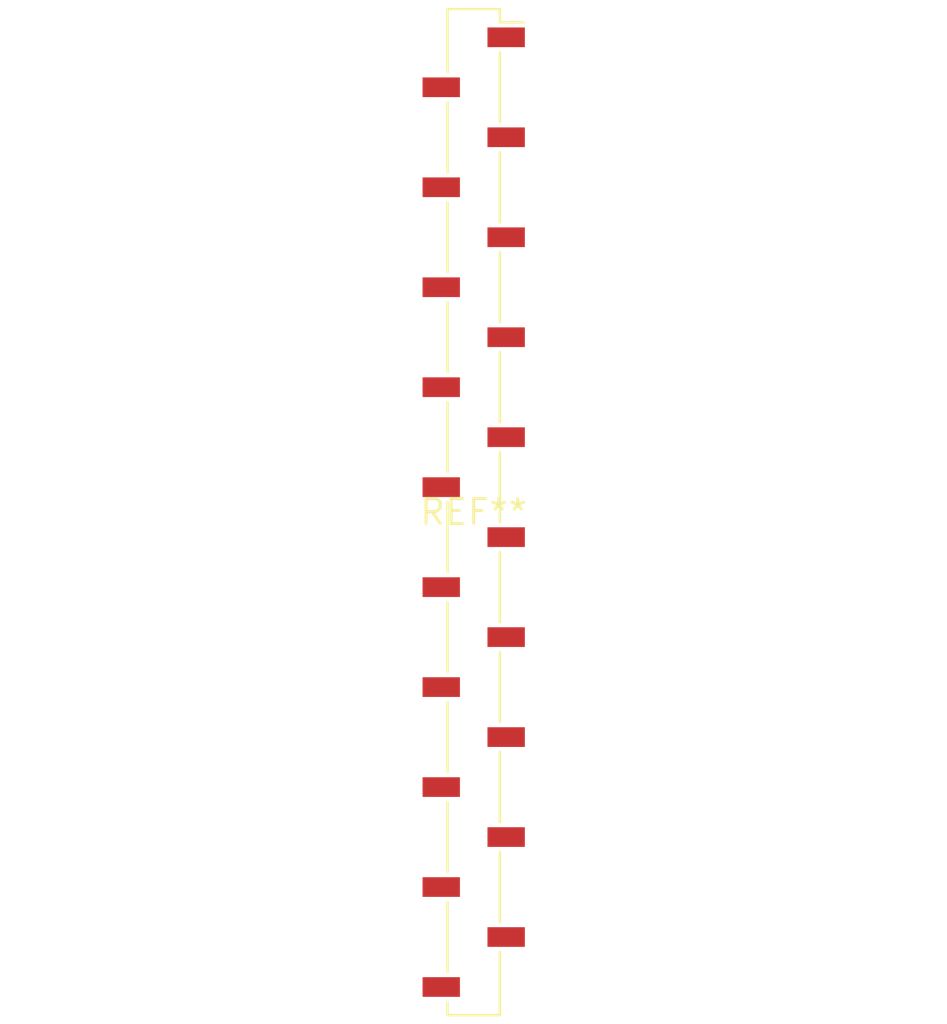
<source format=kicad_pcb>
(kicad_pcb (version 20240108) (generator pcbnew)
  (layers (0 "F.Cu" signal) (31 "B.Cu" signal) (34 "B.Paste" user) (35 "F.Paste" user) (36 "B.SilkS" user "B.Silkscreen") (37 "F.SilkS" user "F.Silkscreen") (38 "B.Mask" user) (39 "F.Mask" user) (44 "Edge.Cuts" user))
  (net 0 "")
  (footprint "PinSocket_1x20_P2.54mm_Vertical_SMD_Pin1Right" (layer "F.Cu") (at 0 0)
    (property "Reference" "REF**")
    (property "Value" "PinSocket_1x20_P2.54mm_Vertical_SMD_Pin1Right")
    (fp_line (start -1.33 -25.56) (end -1.33 -22.35) (layer "F.SilkS") (stroke (width 0.12)))
    (fp_line (start -1.33 -25.56) (end 1.33 -25.56) (layer "F.SilkS") (stroke (width 0.12)))
    (fp_line (start -1.33 -20.83) (end -1.33 -17.27) (layer "F.SilkS") (stroke (width 0.12)))
    (fp_line (start -1.33 -15.75) (end -1.33 -12.19) (layer "F.SilkS") (stroke (width 0.12)))
    (fp_line (start -1.33 -10.67) (end -1.33 -7.11) (layer "F.SilkS") (stroke (width 0.12)))
    (fp_line (start -1.33 -5.59) (end -1.33 -2.03) (layer "F.SilkS") (stroke (width 0.12)))
    (fp_line (start -1.33 -0.51) (end -1.33 3.05) (layer "F.SilkS") (stroke (width 0.12)))
    (fp_line (start -1.33 4.57) (end -1.33 8.13) (layer "F.SilkS") (stroke (width 0.12)))
    (fp_line (start -1.33 9.65) (end -1.33 13.21) (layer "F.SilkS") (stroke (width 0.12)))
    (fp_line (start -1.33 14.73) (end -1.33 18.29) (layer "F.SilkS") (stroke (width 0.12)))
    (fp_line (start -1.33 19.81) (end -1.33 23.37) (layer "F.SilkS") (stroke (width 0.12)))
    (fp_line (start -1.33 24.89) (end -1.33 25.56) (layer "F.SilkS") (stroke (width 0.12)))
    (fp_line (start -1.33 25.56) (end 1.33 25.56) (layer "F.SilkS") (stroke (width 0.12)))
    (fp_line (start 1.33 -25.56) (end 1.33 -24.89) (layer "F.SilkS") (stroke (width 0.12)))
    (fp_line (start 1.33 -24.89) (end 2.54 -24.89) (layer "F.SilkS") (stroke (width 0.12)))
    (fp_line (start 1.33 -23.37) (end 1.33 -19.81) (layer "F.SilkS") (stroke (width 0.12)))
    (fp_line (start 1.33 -18.29) (end 1.33 -14.73) (layer "F.SilkS") (stroke (width 0.12)))
    (fp_line (start 1.33 -13.21) (end 1.33 -9.65) (layer "F.SilkS") (stroke (width 0.12)))
    (fp_line (start 1.33 -8.13) (end 1.33 -4.57) (layer "F.SilkS") (stroke (width 0.12)))
    (fp_line (start 1.33 -3.05) (end 1.33 0.51) (layer "F.SilkS") (stroke (width 0.12)))
    (fp_line (start 1.33 2.03) (end 1.33 5.59) (layer "F.SilkS") (stroke (width 0.12)))
    (fp_line (start 1.33 7.11) (end 1.33 10.67) (layer "F.SilkS") (stroke (width 0.12)))
    (fp_line (start 1.33 12.19) (end 1.33 15.75) (layer "F.SilkS") (stroke (width 0.12)))
    (fp_line (start 1.33 17.27) (end 1.33 20.83) (layer "F.SilkS") (stroke (width 0.12)))
    (fp_line (start 1.33 22.35) (end 1.33 25.56) (layer "F.SilkS") (stroke (width 0.12)))
    (pad "1" smd rect (at 1.65 -24.13) (size 1.9 1) (layers "F.Cu" "F.Paste" "F.Mask"))
    (pad "2" smd rect (at -1.65 -21.59) (size 1.9 1) (layers "F.Cu" "F.Paste" "F.Mask"))
    (pad "3" smd rect (at 1.65 -19.05) (size 1.9 1) (layers "F.Cu" "F.Paste" "F.Mask"))
    (pad "4" smd rect (at -1.65 -16.51) (size 1.9 1) (layers "F.Cu" "F.Paste" "F.Mask"))
    (pad "5" smd rect (at 1.65 -13.97) (size 1.9 1) (layers "F.Cu" "F.Paste" "F.Mask"))
    (pad "6" smd rect (at -1.65 -11.43) (size 1.9 1) (layers "F.Cu" "F.Paste" "F.Mask"))
    (pad "7" smd rect (at 1.65 -8.89) (size 1.9 1) (layers "F.Cu" "F.Paste" "F.Mask"))
    (pad "8" smd rect (at -1.65 -6.35) (size 1.9 1) (layers "F.Cu" "F.Paste" "F.Mask"))
    (pad "9" smd rect (at 1.65 -3.81) (size 1.9 1) (layers "F.Cu" "F.Paste" "F.Mask"))
    (pad "10" smd rect (at -1.65 -1.27) (size 1.9 1) (layers "F.Cu" "F.Paste" "F.Mask"))
    (pad "11" smd rect (at 1.65 1.27) (size 1.9 1) (layers "F.Cu" "F.Paste" "F.Mask"))
    (pad "12" smd rect (at -1.65 3.81) (size 1.9 1) (layers "F.Cu" "F.Paste" "F.Mask"))
    (pad "13" smd rect (at 1.65 6.35) (size 1.9 1) (layers "F.Cu" "F.Paste" "F.Mask"))
    (pad "14" smd rect (at -1.65 8.89) (size 1.9 1) (layers "F.Cu" "F.Paste" "F.Mask"))
    (pad "15" smd rect (at 1.65 11.43) (size 1.9 1) (layers "F.Cu" "F.Paste" "F.Mask"))
    (pad "16" smd rect (at -1.65 13.97) (size 1.9 1) (layers "F.Cu" "F.Paste" "F.Mask"))
    (pad "17" smd rect (at 1.65 16.51) (size 1.9 1) (layers "F.Cu" "F.Paste" "F.Mask"))
    (pad "18" smd rect (at -1.65 19.05) (size 1.9 1) (layers "F.Cu" "F.Paste" "F.Mask"))
    (pad "19" smd rect (at 1.65 21.59) (size 1.9 1) (layers "F.Cu" "F.Paste" "F.Mask"))
    (pad "20" smd rect (at -1.65 24.13) (size 1.9 1) (layers "F.Cu" "F.Paste" "F.Mask"))
  )
)
</source>
